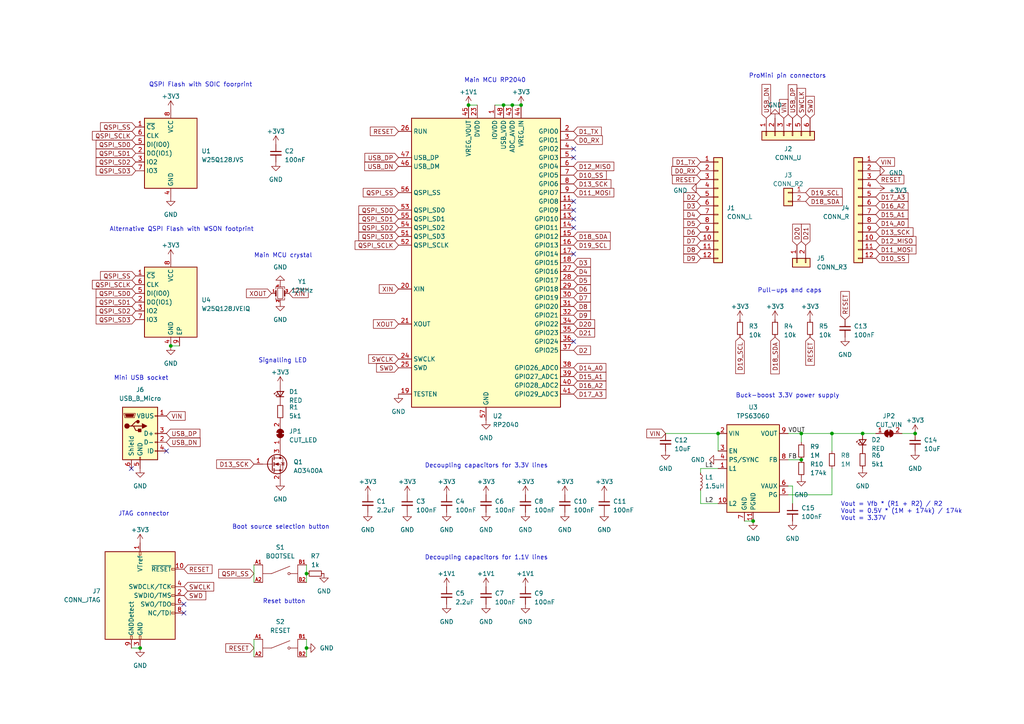
<source format=kicad_sch>
(kicad_sch (version 20230121) (generator eeschema)
  (paper "A4")
  (title_block (title "RP2040-ProMini-0031") (date "2023-12-04") (rev "3.1") (company "(c) 2023 Andriy Golovnya") (comment 1 "RP2040 based board with Arduino Pro Mini footprint and debug extension") (comment 2 "Designed in Germany"))
  (lib_symbols
    (symbol "Connector:Conn_ARM_JTAG_SWD_10" (pin_names (offset 1.016))
      (property "Reference" "J" (at -2.54 16.51 0))
      (property "Value" "Conn_ARM_JTAG_SWD_10" (at -2.54 13.97 0))
      (symbol "Conn_ARM_JTAG_SWD_10_1_1"
        (pin power_in line (at 0 15.24 270) (length 2.54) (name "VTref") (number "1"))
        (pin open_collector line (at 12.7 7.62 180) (length 2.54) (name "~{RESET}") (number "10"))
        (pin bidirectional line (at 12.7 0 180) (length 2.54) (name "SWDIO/TMS") (number "2"))
        (pin power_in line (at 0 -15.24 90) (length 2.54) (name "GND") (number "3"))
        (pin output line (at 12.7 2.54 180) (length 2.54) (name "SWDCLK/TCK") (number "4"))
        (pin passive line (at 0 -15.24 90) (length 2.54) hide (name "GND") (number "5"))
        (pin input line (at 12.7 -2.54 180) (length 2.54) (name "SWO/TDO") (number "6"))
        (pin no_connect line (at -10.16 0 0) (length 2.54) hide (name "KEY") (number "7"))
        (pin output line (at 12.7 -5.08 180) (length 2.54) (name "NC/TDI") (number "8"))
        (pin passive line (at -2.54 -15.24 90) (length 2.54) (name "GNDDetect") (number "9"))
      )
    )
    (symbol "Connector:USB_B_Micro" (pin_names (offset 1.016))
      (property "Reference" "J" (at -5.08 11.43 0))
      (property "Value" "USB_B_Micro" (at -5.08 8.89 0))
      (symbol "USB_B_Micro_1_1"
        (pin power_out line (at 7.62 5.08 180) (length 2.54) (name "VBUS") (number "1"))
        (pin bidirectional line (at 7.62 -2.54 180) (length 2.54) (name "D-") (number "2"))
        (pin bidirectional line (at 7.62 0 180) (length 2.54) (name "D+") (number "3"))
        (pin passive line (at 7.62 -5.08 180) (length 2.54) (name "ID") (number "4"))
        (pin power_out line (at 0 -10.16 90) (length 2.54) (name "GND") (number "5"))
        (pin passive line (at -2.54 -10.16 90) (length 2.54) (name "Shield") (number "6"))
      )
    )
    (symbol "Connector_Generic:Conn_01x02" (pin_names (offset 1.016) hide)
      (property "Reference" "J" (at 0 2.54 0))
      (property "Value" "Conn_01x02" (at 0 -5.08 0))
      (symbol "Conn_01x02_1_1"
        (pin passive line (at -5.08 0 0) (length 3.81) (name "Pin_1") (number "1"))
        (pin passive line (at -5.08 -2.54 0) (length 3.81) (name "Pin_2") (number "2"))
      )
    )
    (symbol "Connector_Generic:Conn_01x06" (pin_names (offset 1.016) hide)
      (property "Reference" "J" (at 0 7.62 0))
      (property "Value" "Conn_01x06" (at 0 -10.16 0))
      (symbol "Conn_01x06_1_1"
        (pin passive line (at -5.08 5.08 0) (length 3.81) (name "Pin_1") (number "1"))
        (pin passive line (at -5.08 2.54 0) (length 3.81) (name "Pin_2") (number "2"))
        (pin passive line (at -5.08 0 0) (length 3.81) (name "Pin_3") (number "3"))
        (pin passive line (at -5.08 -2.54 0) (length 3.81) (name "Pin_4") (number "4"))
        (pin passive line (at -5.08 -5.08 0) (length 3.81) (name "Pin_5") (number "5"))
        (pin passive line (at -5.08 -7.62 0) (length 3.81) (name "Pin_6") (number "6"))
      )
    )
    (symbol "Connector_Generic:Conn_01x12" (pin_names (offset 1.016) hide)
      (property "Reference" "J" (at 0 15.24 0))
      (property "Value" "Conn_01x12" (at 0 -17.78 0))
      (symbol "Conn_01x12_1_1"
        (pin passive line (at -5.08 12.7 0) (length 3.81) (name "Pin_1") (number "1"))
        (pin passive line (at -5.08 -10.16 0) (length 3.81) (name "Pin_10") (number "10"))
        (pin passive line (at -5.08 -12.7 0) (length 3.81) (name "Pin_11") (number "11"))
        (pin passive line (at -5.08 -15.24 0) (length 3.81) (name "Pin_12") (number "12"))
        (pin passive line (at -5.08 10.16 0) (length 3.81) (name "Pin_2") (number "2"))
        (pin passive line (at -5.08 7.62 0) (length 3.81) (name "Pin_3") (number "3"))
        (pin passive line (at -5.08 5.08 0) (length 3.81) (name "Pin_4") (number "4"))
        (pin passive line (at -5.08 2.54 0) (length 3.81) (name "Pin_5") (number "5"))
        (pin passive line (at -5.08 0 0) (length 3.81) (name "Pin_6") (number "6"))
        (pin passive line (at -5.08 -2.54 0) (length 3.81) (name "Pin_7") (number "7"))
        (pin passive line (at -5.08 -5.08 0) (length 3.81) (name "Pin_8") (number "8"))
        (pin passive line (at -5.08 -7.62 0) (length 3.81) (name "Pin_9") (number "9"))
      )
    )
    (symbol "Device:C_Small" (pin_numbers hide) (pin_names (offset 0.254) hide)
      (property "Reference" "C" (at 0.254 1.778 0))
      (property "Value" "C_Small" (at 0.254 -2.032 0))
      (symbol "C_Small_1_1"
        (pin passive line (at 0 2.54 270) (length 2.032) (name "~") (number "1"))
        (pin passive line (at 0 -2.54 90) (length 2.032) (name "~") (number "2"))
      )
    )
    (symbol "Device:Crystal_GND24_Small" (pin_names (offset 1.016) hide)
      (property "Reference" "Y" (at 1.27 4.445 0))
      (property "Value" "Crystal_GND24_Small" (at 1.27 2.54 0))
      (symbol "Crystal_GND24_Small_1_1"
        (pin passive line (at -2.54 0 0) (length 1.27) (name "1") (number "1"))
        (pin passive line (at 0 -2.54 90) (length 0.635) (name "2") (number "2"))
        (pin passive line (at 2.54 0 180) (length 1.27) (name "3") (number "3"))
        (pin passive line (at 0 2.54 270) (length 0.635) (name "4") (number "4"))
      )
    )
    (symbol "Device:LED_Small" (pin_numbers hide) (pin_names (offset 0.254) hide)
      (property "Reference" "D" (at -1.27 3.175 0))
      (property "Value" "LED_Small" (at -4.445 -2.54 0))
      (symbol "LED_Small_1_1"
        (pin passive line (at -2.54 0 0) (length 1.778) (name "K") (number "1"))
        (pin passive line (at 2.54 0 180) (length 1.778) (name "A") (number "2"))
      )
    )
    (symbol "Device:L_Small" (pin_numbers hide) (pin_names (offset 0.254) hide)
      (property "Reference" "L" (at 0.762 1.016 0))
      (property "Value" "L_Small" (at 0.762 -1.016 0))
      (symbol "L_Small_1_1"
        (pin passive line (at 0 2.54 270) (length 0.508) (name "~") (number "1"))
        (pin passive line (at 0 -2.54 90) (length 0.508) (name "~") (number "2"))
      )
    )
    (symbol "Device:R_Small" (pin_numbers hide) (pin_names (offset 0.254) hide)
      (property "Reference" "R" (at 0.762 0.508 0))
      (property "Value" "R_Small" (at 0.762 -1.016 0))
      (symbol "R_Small_1_1"
        (pin passive line (at 0 2.54 270) (length 0.762) (name "~") (number "1"))
        (pin passive line (at 0 -2.54 90) (length 0.762) (name "~") (number "2"))
      )
    )
    (symbol "EVPBB0AAB000:EVPBB0AAB000" (pin_names (offset 1.016))
      (property "Reference" "S" (at -2.54 2.54 0))
      (property "Value" "EVPBB0AAB000" (at -2.54 -2.54 0))
      (symbol "EVPBB0AAB000_0_0"
        (pin passive line (at -7.62 2.54 0) (length 2.54) (name "~") (number "A1"))
        (pin passive line (at -7.62 -2.54 0) (length 2.54) (name "~") (number "A2"))
        (pin passive line (at 7.62 2.54 180) (length 2.54) (name "~") (number "B1"))
        (pin passive line (at 7.62 -2.54 180) (length 2.54) (name "~") (number "B2"))
      )
    )
    (symbol "Jumper:SolderJumper_2_Bridged" (pin_names (offset 0) hide)
      (property "Reference" "JP" (at 0 2.032 0))
      (property "Value" "SolderJumper_2_Bridged" (at 0 -2.54 0))
      (symbol "SolderJumper_2_Bridged_1_1"
        (pin passive line (at -3.81 0 0) (length 2.54) (name "A") (number "1"))
        (pin passive line (at 3.81 0 180) (length 2.54) (name "B") (number "2"))
      )
    )
    (symbol "MCU_RaspberryPi:RP2040"
      (property "Reference" "U" (at 17.78 45.72 0))
      (property "Value" "RP2040" (at 17.78 43.18 0))
      (symbol "RP2040_1_1"
        (pin power_in line (at 2.54 45.72 270) (length 3.81) (name "IOVDD") (number "1"))
        (pin passive line (at 2.54 45.72 270) (length 3.81) hide (name "IOVDD") (number "10"))
        (pin bidirectional line (at 25.4 17.78 180) (length 3.81) (name "GPIO8") (number "11"))
        (pin bidirectional line (at 25.4 15.24 180) (length 3.81) (name "GPIO9") (number "12"))
        (pin bidirectional line (at 25.4 12.7 180) (length 3.81) (name "GPIO10") (number "13"))
        (pin bidirectional line (at 25.4 10.16 180) (length 3.81) (name "GPIO11") (number "14"))
        (pin bidirectional line (at 25.4 7.62 180) (length 3.81) (name "GPIO12") (number "15"))
        (pin bidirectional line (at 25.4 5.08 180) (length 3.81) (name "GPIO13") (number "16"))
        (pin bidirectional line (at 25.4 2.54 180) (length 3.81) (name "GPIO14") (number "17"))
        (pin bidirectional line (at 25.4 0 180) (length 3.81) (name "GPIO15") (number "18"))
        (pin input line (at -25.4 -38.1 0) (length 3.81) (name "TESTEN") (number "19"))
        (pin bidirectional line (at 25.4 38.1 180) (length 3.81) (name "GPIO0") (number "2"))
        (pin input line (at -25.4 -7.62 0) (length 3.81) (name "XIN") (number "20"))
        (pin passive line (at -25.4 -17.78 0) (length 3.81) (name "XOUT") (number "21"))
        (pin passive line (at 2.54 45.72 270) (length 3.81) hide (name "IOVDD") (number "22"))
        (pin power_in line (at -2.54 45.72 270) (length 3.81) (name "DVDD") (number "23"))
        (pin input line (at -25.4 -27.94 0) (length 3.81) (name "SWCLK") (number "24"))
        (pin bidirectional line (at -25.4 -30.48 0) (length 3.81) (name "SWD") (number "25"))
        (pin input line (at -25.4 38.1 0) (length 3.81) (name "RUN") (number "26"))
        (pin bidirectional line (at 25.4 -2.54 180) (length 3.81) (name "GPIO16") (number "27"))
        (pin bidirectional line (at 25.4 -5.08 180) (length 3.81) (name "GPIO17") (number "28"))
        (pin bidirectional line (at 25.4 -7.62 180) (length 3.81) (name "GPIO18") (number "29"))
        (pin bidirectional line (at 25.4 35.56 180) (length 3.81) (name "GPIO1") (number "3"))
        (pin bidirectional line (at 25.4 -10.16 180) (length 3.81) (name "GPIO19") (number "30"))
        (pin bidirectional line (at 25.4 -12.7 180) (length 3.81) (name "GPIO20") (number "31"))
        (pin bidirectional line (at 25.4 -15.24 180) (length 3.81) (name "GPIO21") (number "32"))
        (pin passive line (at 2.54 45.72 270) (length 3.81) hide (name "IOVDD") (number "33"))
        (pin bidirectional line (at 25.4 -17.78 180) (length 3.81) (name "GPIO22") (number "34"))
        (pin bidirectional line (at 25.4 -20.32 180) (length 3.81) (name "GPIO23") (number "35"))
        (pin bidirectional line (at 25.4 -22.86 180) (length 3.81) (name "GPIO24") (number "36"))
        (pin bidirectional line (at 25.4 -25.4 180) (length 3.81) (name "GPIO25") (number "37"))
        (pin bidirectional line (at 25.4 -30.48 180) (length 3.81) (name "GPIO26_ADC0") (number "38"))
        (pin bidirectional line (at 25.4 -33.02 180) (length 3.81) (name "GPIO27_ADC1") (number "39"))
        (pin bidirectional line (at 25.4 33.02 180) (length 3.81) (name "GPIO2") (number "4"))
        (pin bidirectional line (at 25.4 -35.56 180) (length 3.81) (name "GPIO28_ADC2") (number "40"))
        (pin bidirectional line (at 25.4 -38.1 180) (length 3.81) (name "GPIO29_ADC3") (number "41"))
        (pin passive line (at 2.54 45.72 270) (length 3.81) hide (name "IOVDD") (number "42"))
        (pin power_in line (at 7.62 45.72 270) (length 3.81) (name "ADC_AVDD") (number "43"))
        (pin power_in line (at 10.16 45.72 270) (length 3.81) (name "VREG_IN") (number "44"))
        (pin power_out line (at -5.08 45.72 270) (length 3.81) (name "VREG_VOUT") (number "45"))
        (pin bidirectional line (at -25.4 27.94 0) (length 3.81) (name "USB_DM") (number "46"))
        (pin bidirectional line (at -25.4 30.48 0) (length 3.81) (name "USB_DP") (number "47"))
        (pin power_in line (at 5.08 45.72 270) (length 3.81) (name "USB_VDD") (number "48"))
        (pin passive line (at 2.54 45.72 270) (length 3.81) hide (name "IOVDD") (number "49"))
        (pin bidirectional line (at 25.4 30.48 180) (length 3.81) (name "GPIO3") (number "5"))
        (pin passive line (at -2.54 45.72 270) (length 3.81) hide (name "DVDD") (number "50"))
        (pin bidirectional line (at -25.4 7.62 0) (length 3.81) (name "QSPI_SD3") (number "51"))
        (pin output line (at -25.4 5.08 0) (length 3.81) (name "QSPI_SCLK") (number "52"))
        (pin bidirectional line (at -25.4 15.24 0) (length 3.81) (name "QSPI_SD0") (number "53"))
        (pin bidirectional line (at -25.4 10.16 0) (length 3.81) (name "QSPI_SD2") (number "54"))
        (pin bidirectional line (at -25.4 12.7 0) (length 3.81) (name "QSPI_SD1") (number "55"))
        (pin bidirectional line (at -25.4 20.32 0) (length 3.81) (name "QSPI_SS") (number "56"))
        (pin power_in line (at 0 -45.72 90) (length 3.81) (name "GND") (number "57"))
        (pin bidirectional line (at 25.4 27.94 180) (length 3.81) (name "GPIO4") (number "6"))
        (pin bidirectional line (at 25.4 25.4 180) (length 3.81) (name "GPIO5") (number "7"))
        (pin bidirectional line (at 25.4 22.86 180) (length 3.81) (name "GPIO6") (number "8"))
        (pin bidirectional line (at 25.4 20.32 180) (length 3.81) (name "GPIO7") (number "9"))
      )
    )
    (symbol "Memory_Flash:W25Q128JVS"
      (property "Reference" "U" (at -8.89 8.89 0))
      (property "Value" "W25Q128JVS" (at 7.62 8.89 0))
      (symbol "W25Q128JVS_1_1"
        (pin input line (at -10.16 7.62 0) (length 2.54) (name "~{CS}") (number "1"))
        (pin bidirectional line (at -10.16 0 0) (length 2.54) (name "DO(IO1)") (number "2"))
        (pin bidirectional line (at -10.16 -2.54 0) (length 2.54) (name "IO2") (number "3"))
        (pin power_in line (at 0 -12.7 90) (length 2.54) (name "GND") (number "4"))
        (pin bidirectional line (at -10.16 2.54 0) (length 2.54) (name "DI(IO0)") (number "5"))
        (pin input line (at -10.16 5.08 0) (length 2.54) (name "CLK") (number "6"))
        (pin bidirectional line (at -10.16 -5.08 0) (length 2.54) (name "IO3") (number "7"))
        (pin power_in line (at 0 12.7 270) (length 2.54) (name "VCC") (number "8"))
      )
    )
    (symbol "Memory_Flash:W25Q32JVZP"
      (property "Reference" "U" (at -6.35 11.43 0))
      (property "Value" "W25Q32JVZP" (at 7.62 11.43 0))
      (symbol "W25Q32JVZP_1_1"
        (pin input line (at -10.16 7.62 0) (length 2.54) (name "~{CS}") (number "1"))
        (pin bidirectional line (at -10.16 0 0) (length 2.54) (name "DO(IO1)") (number "2"))
        (pin bidirectional line (at -10.16 -2.54 0) (length 2.54) (name "IO2") (number "3"))
        (pin power_in line (at 0 -12.7 90) (length 2.54) (name "GND") (number "4"))
        (pin bidirectional line (at -10.16 2.54 0) (length 2.54) (name "DI(IO0)") (number "5"))
        (pin input line (at -10.16 5.08 0) (length 2.54) (name "CLK") (number "6"))
        (pin bidirectional line (at -10.16 -5.08 0) (length 2.54) (name "IO3") (number "7"))
        (pin power_in line (at 0 12.7 270) (length 2.54) (name "VCC") (number "8"))
        (pin passive line (at 2.54 -12.7 90) (length 2.54) (name "EP") (number "9"))
      )
    )
    (symbol "Regulator_Switching:TPS63060"
      (property "Reference" "U" (at -7.62 13.97 0))
      (property "Value" "TPS63060" (at 2.54 13.97 0))
      (symbol "TPS63060_1_1"
        (pin input line (at -10.16 0 0) (length 2.54) (name "L1") (number "1"))
        (pin input line (at -10.16 -10.16 0) (length 2.54) (name "L2") (number "10"))
        (pin power_in line (at 0 -15.24 90) (length 2.54) (name "PGND") (number "11"))
        (pin power_in line (at -10.16 10.16 0) (length 2.54) (name "VIN") (number "2"))
        (pin input line (at -10.16 5.08 0) (length 2.54) (name "EN") (number "3"))
        (pin input line (at -10.16 2.54 0) (length 2.54) (name "PS/SYNC") (number "4"))
        (pin output line (at 10.16 -7.62 180) (length 2.54) (name "PG") (number "5"))
        (pin passive line (at 10.16 -5.08 180) (length 2.54) (name "VAUX") (number "6"))
        (pin power_in line (at -2.54 -15.24 90) (length 2.54) (name "GND") (number "7"))
        (pin input line (at 10.16 2.54 180) (length 2.54) (name "FB") (number "8"))
        (pin power_out line (at 10.16 10.16 180) (length 2.54) (name "VOUT") (number "9"))
      )
    )
    (symbol "Transistor_FET:AO3400A" (pin_names hide)
      (property "Reference" "Q" (at 5.08 1.905 0))
      (property "Value" "AO3400A" (at 5.08 0 0))
      (symbol "AO3400A_1_1"
        (pin input line (at -5.08 0 0) (length 2.54) (name "G") (number "1"))
        (pin passive line (at 2.54 -5.08 90) (length 2.54) (name "S") (number "2"))
        (pin passive line (at 2.54 5.08 270) (length 2.54) (name "D") (number "3"))
      )
    )
    (symbol "power:+1V1" (power) (pin_names (offset 0))
      (property "Value" "+1V1" (at 0 3.556 0))
      (symbol "+1V1_1_1"
        (pin power_in line (at 0 0 90) (length 0) hide (name "+1V1") (number "1"))
      )
    )
    (symbol "power:+3V3" (power) (pin_names (offset 0))
      (property "Value" "+3V3" (at 0 3.556 0))
      (symbol "+3V3_1_1"
        (pin power_in line (at 0 0 90) (length 0) hide (name "+3V3") (number "1"))
      )
    )
    (symbol "power:GND" (power) (pin_names (offset 0))
      (property "Value" "GND" (at 0 -3.81 0))
      (symbol "GND_1_1"
        (pin power_in line (at 0 0 270) (length 0) hide (name "GND") (number "1"))
      )
    )
  )
  (junction (at 250.19 125.73))
  (junction (at 232.41 125.73))
  (junction (at 148.59 30.48))
  (junction (at 232.41 133.35))
  (junction (at 208.28 125.73))
  (junction (at 88.9 187.96))
  (junction (at 135.89 30.48))
  (junction (at 265.43 125.73))
  (junction (at 241.3 125.73))
  (junction (at 218.44 151.13))
  (junction (at 88.9 166.37))
  (junction (at 146.05 30.48))
  (junction (at 49.53 100.33))
  (junction (at 40.64 187.96))
  (junction (at 151.13 30.48))
  (no_connect (at 38.1 135.89))
  (no_connect (at 166.37 45.72))
  (no_connect (at 166.37 43.18))
  (no_connect (at 48.26 130.81))
  (no_connect (at 166.37 63.5))
  (no_connect (at 53.34 175.26))
  (no_connect (at 166.37 66.04))
  (no_connect (at 53.34 177.8))
  (no_connect (at 166.37 73.66))
  (no_connect (at 166.37 60.96))
  (no_connect (at 166.37 58.42))
  (no_connect (at 166.37 99.06))
  (wire (pts (xy 232.41 125.73) (xy 241.3 125.73)))
  (wire (pts (xy 229.87 140.97) (xy 228.6 140.97)))
  (wire (pts (xy 229.87 140.97) (xy 229.87 146.05)))
  (wire (pts (xy 241.3 125.73) (xy 241.3 130.81)))
  (wire (pts (xy 73.66 163.83) (xy 73.66 168.91)))
  (wire (pts (xy 88.9 185.42) (xy 88.9 187.96)))
  (wire (pts (xy 215.9 151.13) (xy 218.44 151.13)))
  (wire (pts (xy 241.3 135.89) (xy 241.3 143.51)))
  (wire (pts (xy 135.89 30.48) (xy 138.43 30.48)))
  (wire (pts (xy 88.9 187.96) (xy 88.9 190.5)))
  (wire (pts (xy 148.59 30.48) (xy 151.13 30.48)))
  (wire (pts (xy 232.41 125.73) (xy 232.41 128.27)))
  (wire (pts (xy 241.3 125.73) (xy 250.19 125.73)))
  (wire (pts (xy 193.04 125.73) (xy 208.28 125.73)))
  (wire (pts (xy 228.6 133.35) (xy 232.41 133.35)))
  (wire (pts (xy 203.2 146.05) (xy 203.2 142.24)))
  (wire (pts (xy 208.28 146.05) (xy 203.2 146.05)))
  (wire (pts (xy 143.51 30.48) (xy 146.05 30.48)))
  (wire (pts (xy 250.19 125.73) (xy 254 125.73)))
  (wire (pts (xy 241.3 143.51) (xy 228.6 143.51)))
  (wire (pts (xy 49.53 100.33) (xy 52.07 100.33)))
  (wire (pts (xy 203.2 135.89) (xy 203.2 137.16)))
  (wire (pts (xy 88.9 166.37) (xy 88.9 168.91)))
  (wire (pts (xy 208.28 135.89) (xy 203.2 135.89)))
  (wire (pts (xy 88.9 163.83) (xy 88.9 166.37)))
  (wire (pts (xy 228.6 125.73) (xy 232.41 125.73)))
  (wire (pts (xy 261.62 125.73) (xy 265.43 125.73)))
  (wire (pts (xy 146.05 30.48) (xy 148.59 30.48)))
  (wire (pts (xy 38.1 187.96) (xy 40.64 187.96)))
  (wire (pts (xy 73.66 185.42) (xy 73.66 190.5)))
  (wire (pts (xy 208.28 125.73) (xy 208.28 130.81)))
  (text "Alternative QSPI Flash with WSON footprint" (at 31.75 67.31 0) (effects (font (size 1.27 1.27)) (justify left bottom)))
  (text "ProMini pin connectors" (at 217.17 22.86 0) (effects (font (size 1.27 1.27)) (justify left bottom)))
  (text "Main MCU RP2040" (at 134.62 24.13 0) (effects (font (size 1.27 1.27)) (justify left bottom)))
  (text "Decoupling capacitors for 3.3V lines" (at 123.19 135.89 0) (effects (font (size 1.27 1.27)) (justify left bottom)))
  (text "Vout = Vfb * (R1 + R2) / R2\nVout = 0.5V * (1M + 174k) / 174k\nVout = 3.37V" (at 243.84 151.13 0) (effects (font (size 1.27 1.27)) (justify left bottom)))
  (text "Main MCU crystal" (at 73.66 74.93 0) (effects (font (size 1.27 1.27)) (justify left bottom)))
  (text "Decoupling capacitors for 1.1V lines" (at 123.19 162.56 0) (effects (font (size 1.27 1.27)) (justify left bottom)))
  (text "Pull-ups and caps" (at 219.71 85.09 0) (effects (font (size 1.27 1.27)) (justify left bottom)))
  (text "Signalling LED" (at 74.93 105.41 0) (effects (font (size 1.27 1.27)) (justify left bottom)))
  (text "JTAG connector" (at 34.29 149.86 0) (effects (font (size 1.27 1.27)) (justify left bottom)))
  (text "Reset button" (at 76.2 175.26 0) (effects (font (size 1.27 1.27)) (justify left bottom)))
  (text "Mini USB socket" (at 33.02 110.49 0) (effects (font (size 1.27 1.27)) (justify left bottom)))
  (text "Boot source selection button" (at 67.31 153.67 0) (effects (font (size 1.27 1.27)) (justify left bottom)))
  (text "Buck-boost 3.3V power supply" (at 213.36 115.57 0) (effects (font (size 1.27 1.27)) (justify left bottom)))
  (text "QSPI Flash with SOIC foorprint" (at 43.18 25.4 0) (effects (font (size 1.27 1.27)) (justify left bottom)))
  (label "L2" (at 204.47 146.05 0))
  (label "L1" (at 204.47 135.89 0))
  (label "VOUT" (at 228.6 125.73 0))
  (label "FB" (at 228.6 133.35 0))
  (global_label "D13_SCK" (shape input) (at 73.66 134.62 180) (property "Intersheetrefs" "${INTERSHEET_REFS}" (effects hide)))
  (global_label "QSPI_SD2" (shape input) (at 39.37 46.99 180) (property "Intersheetrefs" "${INTERSHEET_REFS}" (effects hide)))
  (global_label "SWD" (shape input) (at 53.34 172.72 0) (property "Intersheetrefs" "${INTERSHEET_REFS}" (effects hide)))
  (global_label "QSPI_SD1" (shape input) (at 39.37 87.63 180) (property "Intersheetrefs" "${INTERSHEET_REFS}" (effects hide)))
  (global_label "VIN" (shape input) (at 227.33 34.29 90) (property "Intersheetrefs" "${INTERSHEET_REFS}" (effects hide)))
  (global_label "D1_TX" (shape input) (at 166.37 38.1 0) (property "Intersheetrefs" "${INTERSHEET_REFS}" (effects hide)))
  (global_label "VIN" (shape input) (at 48.26 120.65 0) (property "Intersheetrefs" "${INTERSHEET_REFS}" (effects hide)))
  (global_label "SWD" (shape input) (at 234.95 34.29 90) (property "Intersheetrefs" "${INTERSHEET_REFS}" (effects hide)))
  (global_label "D20" (shape input) (at 231.14 71.12 90) (property "Intersheetrefs" "${INTERSHEET_REFS}" (effects hide)))
  (global_label "QSPI_SD3" (shape input) (at 39.37 92.71 180) (property "Intersheetrefs" "${INTERSHEET_REFS}" (effects hide)))
  (global_label "QSPI_SD0" (shape input) (at 39.37 41.91 180) (property "Intersheetrefs" "${INTERSHEET_REFS}" (effects hide)))
  (global_label "QSPI_SCLK" (shape input) (at 39.37 82.55 180) (property "Intersheetrefs" "${INTERSHEET_REFS}" (effects hide)))
  (global_label "D20" (shape input) (at 166.37 93.98 0) (property "Intersheetrefs" "${INTERSHEET_REFS}" (effects hide)))
  (global_label "VIN" (shape input) (at 254 46.99 0) (property "Intersheetrefs" "${INTERSHEET_REFS}" (effects hide)))
  (global_label "D5" (shape input) (at 166.37 81.28 0) (property "Intersheetrefs" "${INTERSHEET_REFS}" (effects hide)))
  (global_label "QSPI_SD0" (shape input) (at 115.57 60.96 180) (property "Intersheetrefs" "${INTERSHEET_REFS}" (effects hide)))
  (global_label "D2" (shape input) (at 166.37 101.6 0) (property "Intersheetrefs" "${INTERSHEET_REFS}" (effects hide)))
  (global_label "QSPI_SS" (shape input) (at 39.37 36.83 180) (property "Intersheetrefs" "${INTERSHEET_REFS}" (effects hide)))
  (global_label "QSPI_SS" (shape input) (at 115.57 55.88 180) (property "Intersheetrefs" "${INTERSHEET_REFS}" (effects hide)))
  (global_label "QSPI_SD3" (shape input) (at 39.37 49.53 180) (property "Intersheetrefs" "${INTERSHEET_REFS}" (effects hide)))
  (global_label "D15_A1" (shape input) (at 254 62.23 0) (property "Intersheetrefs" "${INTERSHEET_REFS}" (effects hide)))
  (global_label "D9" (shape input) (at 203.2 74.93 180) (property "Intersheetrefs" "${INTERSHEET_REFS}" (effects hide)))
  (global_label "D6" (shape input) (at 203.2 67.31 180) (property "Intersheetrefs" "${INTERSHEET_REFS}" (effects hide)))
  (global_label "RESET" (shape input) (at 254 52.07 0) (property "Intersheetrefs" "${INTERSHEET_REFS}" (effects hide)))
  (global_label "USB_DN" (shape input) (at 115.57 48.26 180) (property "Intersheetrefs" "${INTERSHEET_REFS}" (effects hide)))
  (global_label "RESET" (shape input) (at 73.66 187.96 180) (property "Intersheetrefs" "${INTERSHEET_REFS}" (effects hide)))
  (global_label "D18_SDA" (shape input) (at 233.68 58.42 0) (property "Intersheetrefs" "${INTERSHEET_REFS}" (effects hide)))
  (global_label "D21" (shape input) (at 166.37 96.52 0) (property "Intersheetrefs" "${INTERSHEET_REFS}" (effects hide)))
  (global_label "D0_RX" (shape input) (at 203.2 49.53 180) (property "Intersheetrefs" "${INTERSHEET_REFS}" (effects hide)))
  (global_label "QSPI_SS" (shape input) (at 73.66 166.37 180) (property "Intersheetrefs" "${INTERSHEET_REFS}" (effects hide)))
  (global_label "D14_A0" (shape input) (at 254 64.77 0) (property "Intersheetrefs" "${INTERSHEET_REFS}" (effects hide)))
  (global_label "D13_SCK" (shape input) (at 166.37 53.34 0) (property "Intersheetrefs" "${INTERSHEET_REFS}" (effects hide)))
  (global_label "D7" (shape input) (at 166.37 86.36 0) (property "Intersheetrefs" "${INTERSHEET_REFS}" (effects hide)))
  (global_label "D2" (shape input) (at 203.2 57.15 180) (property "Intersheetrefs" "${INTERSHEET_REFS}" (effects hide)))
  (global_label "D0_RX" (shape input) (at 166.37 40.64 0) (property "Intersheetrefs" "${INTERSHEET_REFS}" (effects hide)))
  (global_label "QSPI_SD2" (shape input) (at 115.57 66.04 180) (property "Intersheetrefs" "${INTERSHEET_REFS}" (effects hide)))
  (global_label "D7" (shape input) (at 203.2 69.85 180) (property "Intersheetrefs" "${INTERSHEET_REFS}" (effects hide)))
  (global_label "D14_A0" (shape input) (at 166.37 106.68 0) (property "Intersheetrefs" "${INTERSHEET_REFS}" (effects hide)))
  (global_label "D13_SCK" (shape input) (at 254 67.31 0) (property "Intersheetrefs" "${INTERSHEET_REFS}" (effects hide)))
  (global_label "SWCLK" (shape input) (at 53.34 170.18 0) (property "Intersheetrefs" "${INTERSHEET_REFS}" (effects hide)))
  (global_label "USB_DP" (shape input) (at 115.57 45.72 180) (property "Intersheetrefs" "${INTERSHEET_REFS}" (effects hide)))
  (global_label "XIN" (shape input) (at 83.82 85.09 0) (property "Intersheetrefs" "${INTERSHEET_REFS}" (effects hide)))
  (global_label "QSPI_SCLK" (shape input) (at 39.37 39.37 180) (property "Intersheetrefs" "${INTERSHEET_REFS}" (effects hide)))
  (global_label "VIN" (shape input) (at 193.04 125.73 180) (property "Intersheetrefs" "${INTERSHEET_REFS}" (effects hide)))
  (global_label "D3" (shape input) (at 203.2 59.69 180) (property "Intersheetrefs" "${INTERSHEET_REFS}" (effects hide)))
  (global_label "XIN" (shape input) (at 115.57 83.82 180) (property "Intersheetrefs" "${INTERSHEET_REFS}" (effects hide)))
  (global_label "D16_A2" (shape input) (at 254 59.69 0) (property "Intersheetrefs" "${INTERSHEET_REFS}" (effects hide)))
  (global_label "D6" (shape input) (at 166.37 83.82 0) (property "Intersheetrefs" "${INTERSHEET_REFS}" (effects hide)))
  (global_label "QSPI_SD1" (shape input) (at 115.57 63.5 180) (property "Intersheetrefs" "${INTERSHEET_REFS}" (effects hide)))
  (global_label "RESET" (shape input) (at 245.11 92.71 90) (property "Intersheetrefs" "${INTERSHEET_REFS}" (effects hide)))
  (global_label "XOUT" (shape input) (at 78.74 85.09 180) (property "Intersheetrefs" "${INTERSHEET_REFS}" (effects hide)))
  (global_label "RESET" (shape input) (at 234.95 97.79 270) (property "Intersheetrefs" "${INTERSHEET_REFS}" (effects hide)))
  (global_label "USB_DP" (shape input) (at 48.26 125.73 0) (property "Intersheetrefs" "${INTERSHEET_REFS}" (effects hide)))
  (global_label "D1_TX" (shape input) (at 203.2 46.99 180) (property "Intersheetrefs" "${INTERSHEET_REFS}" (effects hide)))
  (global_label "D19_SCL" (shape input) (at 214.63 97.79 270) (property "Intersheetrefs" "${INTERSHEET_REFS}" (effects hide)))
  (global_label "D11_MOSI" (shape input) (at 166.37 55.88 0) (property "Intersheetrefs" "${INTERSHEET_REFS}" (effects hide)))
  (global_label "D8" (shape input) (at 203.2 72.39 180) (property "Intersheetrefs" "${INTERSHEET_REFS}" (effects hide)))
  (global_label "RESET" (shape input) (at 203.2 52.07 180) (property "Intersheetrefs" "${INTERSHEET_REFS}" (effects hide)))
  (global_label "QSPI_SD1" (shape input) (at 39.37 44.45 180) (property "Intersheetrefs" "${INTERSHEET_REFS}" (effects hide)))
  (global_label "D19_SCL" (shape input) (at 166.37 71.12 0) (property "Intersheetrefs" "${INTERSHEET_REFS}" (effects hide)))
  (global_label "D12_MISO" (shape input) (at 166.37 48.26 0) (property "Intersheetrefs" "${INTERSHEET_REFS}" (effects hide)))
  (global_label "D3" (shape input) (at 166.37 76.2 0) (property "Intersheetrefs" "${INTERSHEET_REFS}" (effects hide)))
  (global_label "D4" (shape input) (at 166.37 78.74 0) (property "Intersheetrefs" "${INTERSHEET_REFS}" (effects hide)))
  (global_label "D9" (shape input) (at 166.37 91.44 0) (property "Intersheetrefs" "${INTERSHEET_REFS}" (effects hide)))
  (global_label "D18_SDA" (shape input) (at 166.37 68.58 0) (property "Intersheetrefs" "${INTERSHEET_REFS}" (effects hide)))
  (global_label "D19_SCL" (shape input) (at 233.68 55.88 0) (property "Intersheetrefs" "${INTERSHEET_REFS}" (effects hide)))
  (global_label "D16_A2" (shape input) (at 166.37 111.76 0) (property "Intersheetrefs" "${INTERSHEET_REFS}" (effects hide)))
  (global_label "SWCLK" (shape input) (at 232.41 34.29 90) (property "Intersheetrefs" "${INTERSHEET_REFS}" (effects hide)))
  (global_label "D18_SDA" (shape input) (at 224.79 97.79 270) (property "Intersheetrefs" "${INTERSHEET_REFS}" (effects hide)))
  (global_label "USB_DN" (shape input) (at 222.25 34.29 90) (property "Intersheetrefs" "${INTERSHEET_REFS}" (effects hide)))
  (global_label "QSPI_SD3" (shape input) (at 115.57 68.58 180) (property "Intersheetrefs" "${INTERSHEET_REFS}" (effects hide)))
  (global_label "XOUT" (shape input) (at 115.57 93.98 180) (property "Intersheetrefs" "${INTERSHEET_REFS}" (effects hide)))
  (global_label "D5" (shape input) (at 203.2 64.77 180) (property "Intersheetrefs" "${INTERSHEET_REFS}" (effects hide)))
  (global_label "QSPI_SCLK" (shape input) (at 115.57 71.12 180) (property "Intersheetrefs" "${INTERSHEET_REFS}" (effects hide)))
  (global_label "D4" (shape input) (at 203.2 62.23 180) (property "Intersheetrefs" "${INTERSHEET_REFS}" (effects hide)))
  (global_label "QSPI_SS" (shape input) (at 39.37 80.01 180) (property "Intersheetrefs" "${INTERSHEET_REFS}" (effects hide)))
  (global_label "D17_A3" (shape input) (at 254 57.15 0) (property "Intersheetrefs" "${INTERSHEET_REFS}" (effects hide)))
  (global_label "SWCLK" (shape input) (at 115.57 104.14 180) (property "Intersheetrefs" "${INTERSHEET_REFS}" (effects hide)))
  (global_label "D12_MISO" (shape input) (at 254 69.85 0) (property "Intersheetrefs" "${INTERSHEET_REFS}" (effects hide)))
  (global_label "D15_A1" (shape input) (at 166.37 109.22 0) (property "Intersheetrefs" "${INTERSHEET_REFS}" (effects hide)))
  (global_label "RESET" (shape input) (at 53.34 165.1 0) (property "Intersheetrefs" "${INTERSHEET_REFS}" (effects hide)))
  (global_label "D11_MOSI" (shape input) (at 254 72.39 0) (property "Intersheetrefs" "${INTERSHEET_REFS}" (effects hide)))
  (global_label "D10_SS" (shape input) (at 254 74.93 0) (property "Intersheetrefs" "${INTERSHEET_REFS}" (effects hide)))
  (global_label "USB_DN" (shape input) (at 48.26 128.27 0) (property "Intersheetrefs" "${INTERSHEET_REFS}" (effects hide)))
  (global_label "D17_A3" (shape input) (at 166.37 114.3 0) (property "Intersheetrefs" "${INTERSHEET_REFS}" (effects hide)))
  (global_label "USB_DP" (shape input) (at 229.87 34.29 90) (property "Intersheetrefs" "${INTERSHEET_REFS}" (effects hide)))
  (global_label "SWD" (shape input) (at 115.57 106.68 180) (property "Intersheetrefs" "${INTERSHEET_REFS}" (effects hide)))
  (global_label "D10_SS" (shape input) (at 166.37 50.8 0) (property "Intersheetrefs" "${INTERSHEET_REFS}" (effects hide)))
  (global_label "QSPI_SD2" (shape input) (at 39.37 90.17 180) (property "Intersheetrefs" "${INTERSHEET_REFS}" (effects hide)))
  (global_label "QSPI_SD0" (shape input) (at 39.37 85.09 180) (property "Intersheetrefs" "${INTERSHEET_REFS}" (effects hide)))
  (global_label "D8" (shape input) (at 166.37 88.9 0) (property "Intersheetrefs" "${INTERSHEET_REFS}" (effects hide)))
  (global_label "D21" (shape input) (at 233.68 71.12 90) (property "Intersheetrefs" "${INTERSHEET_REFS}" (effects hide)))
  (global_label "RESET" (shape input) (at 115.57 38.1 180) (property "Intersheetrefs" "${INTERSHEET_REFS}" (effects hide)))
  (symbol (lib_id "Device:R_Small") (at 232.41 130.81 180) (unit 1)
    (property "Reference" "R9" (at 234.95 129.54 0) (effects (justify right)))
    (property "Value" "1M" (at 234.95 132.08 0) (effects (justify right)))
    (property "Footprint" "Resistor_SMD:R_0402_1005Metric" (effects hide))
  )
  (symbol (lib_id "power:+1V1") (at 152.4 170.18 0) (unit 1)
    (property "Reference" "#PWR027" (effects hide))
    (property "Value" "+1V1" (at 152.4 166.37 0))
  )
  (symbol (lib_id "power:GND") (at 193.04 130.81 0) (unit 1)
    (property "Reference" "#PWR035" (effects hide))
    (property "Value" "GND" (at 193.04 135.89 0))
  )
  (symbol (lib_id "power:+3V3") (at 49.53 74.93 0) (unit 1)
    (property "Reference" "#PWR047" (effects hide))
    (property "Value" "+3V3" (at 49.53 71.12 0))
  )
  (symbol (lib_id "power:+3V3") (at 175.26 143.51 0) (unit 1)
    (property "Reference" "#PWR031" (effects hide))
    (property "Value" "+3V3" (at 175.26 139.7 0))
  )
  (symbol (lib_id "Device:C_Small") (at 80.01 44.45 0) (unit 1)
    (property "Reference" "C2" (at 82.55 43.8213 0) (effects (justify left)))
    (property "Value" "100nF" (at 82.55 46.3613 0) (effects (justify left)))
    (property "Footprint" "Capacitor_SMD:C_0402_1005Metric" (effects hide))
  )
  (symbol (lib_id "EVPBB0AAB000:EVPBB0AAB000") (at 81.28 166.37 0) (unit 1)
    (property "Reference" "S1" (at 81.28 158.75 0))
    (property "Value" "BOOTSEL" (at 81.28 161.29 0))
    (property "Footprint" "RP2040-ProMini:SW_EVPBB0AAB000" (effects hide))
    (property "ARROW_ELECTRONICS-PURCHASE-URL" "https://snapeda.com/shop?store=Arrow+Electronics&id=584571" (effects hide))
    (property "MOUSER-PURCHASE-URL" "https://snapeda.com/shop?store=Mouser&id=584571" (effects hide))
    (property "MAXIMUM_PACKAGE_HEIGHT" "0.58mm" (effects hide))
    (property "PACKAGE" "None" (effects hide))
    (property "MF" "Panasonic Electronic" (effects hide))
    (property "MP" "EVPBB0AAB000" (effects hide))
    (property "DIGIKEY-PURCHASE-URL" "https://snapeda.com/shop?store=DigiKey&id=584571" (effects hide))
    (property "DIGI-KEY_PART_NUMBER" "P19888CT-ND" (effects hide))
    (property "DESCRIPTION" "Tactile Switch SPST-NO Top Actuated Surface Mount" (effects hide))
  )
  (symbol (lib_id "Device:C_Small") (at 245.11 95.25 0) (unit 1)
    (property "Reference" "C13" (at 247.65 94.6213 0) (effects (justify left)))
    (property "Value" "100nF" (at 247.65 97.1613 0) (effects (justify left)))
    (property "Footprint" "Capacitor_SMD:C_0402_1005Metric" (effects hide))
  )
  (symbol (lib_id "Device:C_Small") (at 140.97 146.05 0) (unit 1)
    (property "Reference" "C6" (at 143.51 145.4213 0) (effects (justify left)))
    (property "Value" "100nF" (at 143.51 147.9613 0) (effects (justify left)))
    (property "Footprint" "Capacitor_SMD:C_0402_1005Metric" (effects hide))
  )
  (symbol (lib_id "power:+3V3") (at 49.53 31.75 0) (unit 1)
    (property "Reference" "#PWR09" (effects hide))
    (property "Value" "+3V3" (at 49.53 27.94 0))
  )
  (symbol (lib_id "power:GND") (at 93.98 166.37 0) (unit 1)
    (property "Reference" "#PWR049" (effects hide))
    (property "Value" "GND" (at 93.98 171.45 0))
  )
  (symbol (lib_id "power:GND") (at 140.97 175.26 0) (unit 1)
    (property "Reference" "#PWR023" (effects hide))
    (property "Value" "GND" (at 140.97 180.34 0))
  )
  (symbol (lib_id "Connector_Generic:Conn_01x12") (at 248.92 59.69 0) (mirror y) (unit 1)
    (property "Reference" "J4" (at 246.38 60.325 0) (effects (justify left)))
    (property "Value" "CONN_R" (at 246.38 62.865 0) (effects (justify left)))
    (property "Footprint" "Connector_PinHeader_2.54mm:PinHeader_1x12_P2.54mm_Vertical" (effects hide))
  )
  (symbol (lib_id "Memory_Flash:W25Q32JVZP") (at 49.53 87.63 0) (unit 1)
    (property "Reference" "U4" (at 58.42 86.995 0) (effects (justify left)))
    (property "Value" "W25Q128JVEIQ" (at 58.42 89.535 0) (effects (justify left)))
    (property "Footprint" "Package_SON:WSON-8-1EP_6x5mm_P1.27mm_EP3.4x4.3mm" (effects hide))
    (property "Datasheet" "http://www.winbond.com/resource-files/w25q32jv%20revg%2003272018%20plus.pdf" (effects hide))
  )
  (symbol (lib_id "power:GND") (at 88.9 187.96 90) (unit 1)
    (property "Reference" "#PWR054" (effects hide))
    (property "Value" "GND" (at 92.71 187.96 90) (effects (justify right)))
  )
  (symbol (lib_id "power:GND") (at 106.68 148.59 0) (unit 1)
    (property "Reference" "#PWR02" (effects hide))
    (property "Value" "GND" (at 106.68 153.67 0))
  )
  (symbol (lib_id "power:GND") (at 81.28 82.55 180) (unit 1)
    (property "Reference" "#PWR05" (effects hide))
    (property "Value" "GND" (at 81.28 77.47 0))
  )
  (symbol (lib_id "power:+3V3") (at 118.11 143.51 0) (unit 1)
    (property "Reference" "#PWR011" (effects hide))
    (property "Value" "+3V3" (at 118.11 139.7 0))
  )
  (symbol (lib_id "power:+3V3") (at 224.79 92.71 0) (unit 1)
    (property "Reference" "#PWR039" (effects hide))
    (property "Value" "+3V3" (at 224.79 88.9 0))
  )
  (symbol (lib_id "Device:Crystal_GND24_Small") (at 81.28 85.09 0) (unit 1)
    (property "Reference" "Y1" (at 87.63 81.6611 0))
    (property "Value" "12MHz" (at 87.63 84.2011 0))
    (property "Footprint" "Crystal:Crystal_SMD_3225-4Pin_3.2x2.5mm" (effects hide))
  )
  (symbol (lib_id "Device:C_Small") (at 175.26 146.05 0) (unit 1)
    (property "Reference" "C11" (at 177.8 145.4213 0) (effects (justify left)))
    (property "Value" "100nF" (at 177.8 147.9613 0) (effects (justify left)))
    (property "Footprint" "Capacitor_SMD:C_0402_1005Metric" (effects hide))
  )
  (symbol (lib_id "power:+1V1") (at 135.89 30.48 0) (unit 1)
    (property "Reference" "#PWR020" (effects hide))
    (property "Value" "+1V1" (at 135.89 26.67 0))
  )
  (symbol (lib_id "power:+1V1") (at 129.54 170.18 0) (unit 1)
    (property "Reference" "#PWR016" (effects hide))
    (property "Value" "+1V1" (at 129.54 166.37 0))
  )
  (symbol (lib_id "power:+3V3") (at 40.64 157.48 0) (unit 1)
    (property "Reference" "#PWR056" (effects hide))
    (property "Value" "+3V3" (at 40.64 153.67 0))
  )
  (symbol (lib_id "power:GND") (at 140.97 148.59 0) (unit 1)
    (property "Reference" "#PWR019" (effects hide))
    (property "Value" "GND" (at 140.97 153.67 0))
  )
  (symbol (lib_id "EVPBB0AAB000:EVPBB0AAB000") (at 81.28 187.96 0) (unit 1)
    (property "Reference" "S2" (at 81.28 180.34 0))
    (property "Value" "RESET" (at 81.28 182.88 0))
    (property "Footprint" "RP2040-ProMini:SW_EVPBB0AAB000" (effects hide))
    (property "ARROW_ELECTRONICS-PURCHASE-URL" "https://snapeda.com/shop?store=Arrow+Electronics&id=584571" (effects hide))
    (property "MOUSER-PURCHASE-URL" "https://snapeda.com/shop?store=Mouser&id=584571" (effects hide))
    (property "MAXIMUM_PACKAGE_HEIGHT" "0.58mm" (effects hide))
    (property "PACKAGE" "None" (effects hide))
    (property "MF" "Panasonic Electronic" (effects hide))
    (property "MP" "EVPBB0AAB000" (effects hide))
    (property "DIGIKEY-PURCHASE-URL" "https://snapeda.com/shop?store=DigiKey&id=584571" (effects hide))
    (property "DIGI-KEY_PART_NUMBER" "P19888CT-ND" (effects hide))
    (property "DESCRIPTION" "Tactile Switch SPST-NO Top Actuated Surface Mount" (effects hide))
  )
  (symbol (lib_id "power:GND") (at 80.01 46.99 0) (unit 1)
    (property "Reference" "#PWR04" (effects hide))
    (property "Value" "GND" (at 80.01 52.07 0))
  )
  (symbol (lib_id "power:GND") (at 40.64 187.96 0) (unit 1)
    (property "Reference" "#PWR055" (effects hide))
    (property "Value" "GND" (at 40.64 193.04 0))
  )
  (symbol (lib_id "power:GND") (at 175.26 148.59 0) (unit 1)
    (property "Reference" "#PWR032" (effects hide))
    (property "Value" "GND" (at 175.26 153.67 0))
  )
  (symbol (lib_id "power:GND") (at 265.43 130.81 0) (unit 1)
    (property "Reference" "#PWR046" (effects hide))
    (property "Value" "GND" (at 265.43 135.89 0))
  )
  (symbol (lib_id "power:GND") (at 254 49.53 90) (unit 1)
    (property "Reference" "#PWR043" (effects hide))
    (property "Value" "GND" (at 257.81 50.165 90) (effects (justify right)))
  )
  (symbol (lib_id "Device:R_Small") (at 232.41 135.89 180) (unit 1)
    (property "Reference" "R10" (at 234.95 134.62 0) (effects (justify right)))
    (property "Value" "174k" (at 234.95 137.16 0) (effects (justify right)))
    (property "Footprint" "Resistor_SMD:R_0402_1005Metric" (effects hide))
  )
  (symbol (lib_id "power:+3V3") (at 152.4 143.51 0) (unit 1)
    (property "Reference" "#PWR024" (effects hide))
    (property "Value" "+3V3" (at 152.4 139.7 0))
  )
  (symbol (lib_id "Device:C_Small") (at 118.11 146.05 0) (unit 1)
    (property "Reference" "C3" (at 120.65 145.4213 0) (effects (justify left)))
    (property "Value" "100nF" (at 120.65 147.9613 0) (effects (justify left)))
    (property "Footprint" "Capacitor_SMD:C_0402_1005Metric" (effects hide))
  )
  (symbol (lib_id "power:+3V3") (at 151.13 30.48 0) (unit 1)
    (property "Reference" "#PWR026" (effects hide))
    (property "Value" "+3V3" (at 151.13 26.67 0))
  )
  (symbol (lib_id "power:GND") (at 49.53 57.15 0) (unit 1)
    (property "Reference" "#PWR010" (effects hide))
    (property "Value" "GND" (at 49.53 62.23 0))
  )
  (symbol (lib_id "Device:R_Small") (at 81.28 119.38 0) (unit 1)
    (property "Reference" "R1" (at 83.82 118.11 0) (effects (justify left)))
    (property "Value" "5k1" (at 83.82 120.65 0) (effects (justify left)))
    (property "Footprint" "Resistor_SMD:R_0402_1005Metric" (effects hide))
  )
  (symbol (lib_id "Device:C_Small") (at 129.54 146.05 0) (unit 1)
    (property "Reference" "C4" (at 132.08 145.4213 0) (effects (justify left)))
    (property "Value" "100nF" (at 132.08 147.9613 0) (effects (justify left)))
    (property "Footprint" "Capacitor_SMD:C_0402_1005Metric" (effects hide))
  )
  (symbol (lib_id "Connector:USB_B_Micro") (at 40.64 125.73 0) (unit 1)
    (property "Reference" "J6" (at 40.64 113.03 0))
    (property "Value" "USB_B_Micro" (at 40.64 115.57 0))
    (property "Footprint" "Connector_USB:USB_Micro-B_Molex_47346-0001" (effects hide))
  )
  (symbol (lib_id "power:+1V1") (at 140.97 170.18 0) (unit 1)
    (property "Reference" "#PWR022" (effects hide))
    (property "Value" "+1V1" (at 140.97 166.37 0))
  )
  (symbol (lib_id "Connector_Generic:Conn_01x02") (at 228.6 55.88 0) (mirror y) (unit 1)
    (property "Reference" "J3" (at 228.6 50.8 0))
    (property "Value" "CONN_R2" (at 228.6 53.34 0))
    (property "Footprint" "Connector_PinHeader_2.54mm:PinHeader_1x02_P2.54mm_Vertical" (effects hide))
  )
  (symbol (lib_id "Connector_Generic:Conn_01x02") (at 231.14 76.2 90) (mirror x) (unit 1)
    (property "Reference" "J5" (at 236.855 74.93 90) (effects (justify right)))
    (property "Value" "CONN_R3" (at 236.855 77.47 90) (effects (justify right)))
    (property "Footprint" "Connector_PinHeader_2.54mm:PinHeader_1x02_P2.54mm_Vertical" (effects hide))
  )
  (symbol (lib_id "power:GND") (at 129.54 175.26 0) (unit 1)
    (property "Reference" "#PWR017" (effects hide))
    (property "Value" "GND" (at 129.54 180.34 0))
  )
  (symbol (lib_id "power:+3V3") (at 265.43 125.73 0) (unit 1)
    (property "Reference" "#PWR045" (effects hide))
    (property "Value" "+3V3" (at 265.43 121.92 0))
  )
  (symbol (lib_id "Device:R_Small") (at 214.63 95.25 0) (unit 1)
    (property "Reference" "R3" (at 217.17 94.615 0) (effects (justify left)))
    (property "Value" "10k" (at 217.17 97.155 0) (effects (justify left)))
    (property "Footprint" "Resistor_SMD:R_0402_1005Metric" (effects hide))
  )
  (symbol (lib_id "Jumper:SolderJumper_2_Bridged") (at 257.81 125.73 0) (unit 1)
    (property "Reference" "JP2" (at 257.81 120.65 0))
    (property "Value" "CUT_VIN" (at 257.81 123.19 0))
    (property "Footprint" "Jumper:SolderJumper-2_P1.3mm_Bridged_RoundedPad1.0x1.5mm" (effects hide))
  )
  (symbol (lib_id "power:GND") (at 118.11 148.59 0) (unit 1)
    (property "Reference" "#PWR012" (effects hide))
    (property "Value" "GND" (at 118.11 153.67 0))
  )
  (symbol (lib_id "power:GND") (at 163.83 148.59 0) (unit 1)
    (property "Reference" "#PWR030" (effects hide))
    (property "Value" "GND" (at 163.83 153.67 0))
  )
  (symbol (lib_id "Connector_Generic:Conn_01x12") (at 208.28 59.69 0) (unit 1)
    (property "Reference" "J1" (at 210.82 60.325 0) (effects (justify left)))
    (property "Value" "CONN_L" (at 210.82 62.865 0) (effects (justify left)))
    (property "Footprint" "Connector_PinHeader_2.54mm:PinHeader_1x12_P2.54mm_Vertical" (effects hide))
  )
  (symbol (lib_id "power:GND") (at 115.57 114.3 0) (unit 1)
    (property "Reference" "#PWR013" (effects hide))
    (property "Value" "GND" (at 115.57 119.38 0))
  )
  (symbol (lib_id "power:GND") (at 129.54 148.59 0) (unit 1)
    (property "Reference" "#PWR015" (effects hide))
    (property "Value" "GND" (at 129.54 153.67 0))
  )
  (symbol (lib_id "Device:LED_Small") (at 81.28 114.3 90) (unit 1)
    (property "Reference" "D1" (at 83.82 113.6015 90) (effects (justify right)))
    (property "Value" "RED" (at 83.82 116.1415 90) (effects (justify right)))
    (property "Footprint" "LED_SMD:LED_0603_1608Metric" (effects hide))
  )
  (symbol (lib_id "power:GND") (at 40.64 135.89 0) (unit 1)
    (property "Reference" "#PWR053" (effects hide))
    (property "Value" "GND" (at 40.64 140.97 0))
  )
  (symbol (lib_id "power:GND") (at 250.19 135.89 0) (unit 1)
    (property "Reference" "#PWR041" (effects hide))
    (property "Value" "GND" (at 250.19 140.97 0))
  )
  (symbol (lib_id "Device:R_Small") (at 241.3 133.35 180) (unit 1)
    (property "Reference" "R8" (at 243.84 132.08 0) (effects (justify right)))
    (property "Value" "1M" (at 243.84 134.62 0) (effects (justify right)))
    (property "Footprint" "Resistor_SMD:R_0402_1005Metric" (effects hide))
  )
  (symbol (lib_id "power:GND") (at 152.4 148.59 0) (unit 1)
    (property "Reference" "#PWR025" (effects hide))
    (property "Value" "GND" (at 152.4 153.67 0))
  )
  (symbol (lib_id "Device:C_Small") (at 152.4 146.05 0) (unit 1)
    (property "Reference" "C8" (at 154.94 145.4213 0) (effects (justify left)))
    (property "Value" "100nF" (at 154.94 147.9613 0) (effects (justify left)))
    (property "Footprint" "Capacitor_SMD:C_0402_1005Metric" (effects hide))
  )
  (symbol (lib_id "power:+3V3") (at 214.63 92.71 0) (unit 1)
    (property "Reference" "#PWR036" (effects hide))
    (property "Value" "+3V3" (at 214.63 88.9 0))
  )
  (symbol (lib_id "power:GND") (at 218.44 151.13 0) (unit 1)
    (property "Reference" "#PWR038" (effects hide))
    (property "Value" "GND" (at 218.44 156.21 0))
  )
  (symbol (lib_id "power:GND") (at 232.41 138.43 0) (unit 1)
    (property "Reference" "#PWR052" (effects hide))
    (property "Value" "GND" (at 232.41 143.51 0))
  )
  (symbol (lib_id "Connector:Conn_ARM_JTAG_SWD_10") (at 40.64 172.72 0) (unit 1)
    (property "Reference" "J7" (at 29.21 171.45 0) (effects (justify right)))
    (property "Value" "CONN_JTAG" (at 29.21 173.99 0) (effects (justify right)))
    (property "Footprint" "Connector_PinHeader_1.27mm:PinHeader_2x05_P1.27mm_Vertical_SMD" (effects hide))
    (property "Datasheet" "http://infocenter.arm.com/help/topic/com.arm.doc.ddi0314h/DDI0314H_coresight_components_trm.pdf" (effects hide))
  )
  (symbol (lib_id "Memory_Flash:W25Q128JVS") (at 49.53 44.45 0) (unit 1)
    (property "Reference" "U1" (at 58.42 43.815 0) (effects (justify left)))
    (property "Value" "W25Q128JVS" (at 58.42 46.355 0) (effects (justify left)))
    (property "Footprint" "Package_SO:SOIC-8_5.23x5.23mm_P1.27mm" (effects hide))
    (property "Datasheet" "http://www.winbond.com/resource-files/w25q128jv_dtr%20revc%2003272018%20plus.pdf" (effects hide))
  )
  (symbol (lib_id "Device:C_Small") (at 140.97 172.72 0) (unit 1)
    (property "Reference" "C7" (at 143.51 172.0913 0) (effects (justify left)))
    (property "Value" "100nF" (at 143.51 174.6313 0) (effects (justify left)))
    (property "Footprint" "Capacitor_SMD:C_0402_1005Metric" (effects hide))
  )
  (symbol (lib_id "power:+3V3") (at 80.01 41.91 0) (unit 1)
    (property "Reference" "#PWR03" (effects hide))
    (property "Value" "+3V3" (at 80.01 38.1 0))
  )
  (symbol (lib_id "power:GND") (at 49.53 100.33 0) (unit 1)
    (property "Reference" "#PWR048" (effects hide))
    (property "Value" "GND" (at 49.53 105.41 0))
  )
  (symbol (lib_id "Device:C_Small") (at 229.87 148.59 0) (unit 1)
    (property "Reference" "C15" (at 232.41 147.3263 0) (effects (justify left)))
    (property "Value" "100nF" (at 232.41 149.8663 0) (effects (justify left)))
    (property "Footprint" "Capacitor_SMD:C_0402_1005Metric" (effects hide))
  )
  (symbol (lib_id "Device:LED_Small") (at 250.19 128.27 90) (unit 1)
    (property "Reference" "D2" (at 252.73 127.5715 90) (effects (justify right)))
    (property "Value" "RED" (at 252.73 130.1115 90) (effects (justify right)))
    (property "Footprint" "LED_SMD:LED_0603_1608Metric" (effects hide))
  )
  (symbol (lib_id "Device:C_Small") (at 129.54 172.72 0) (unit 1)
    (property "Reference" "C5" (at 132.08 172.0913 0) (effects (justify left)))
    (property "Value" "2.2uF" (at 132.08 174.6313 0) (effects (justify left)))
    (property "Footprint" "Capacitor_SMD:C_0603_1608Metric" (effects hide))
  )
  (symbol (lib_id "Jumper:SolderJumper_2_Bridged") (at 81.28 125.73 90) (unit 1)
    (property "Reference" "JP1" (at 83.82 125.095 90) (effects (justify right)))
    (property "Value" "CUT_LED" (at 83.82 127.635 90) (effects (justify right)))
    (property "Footprint" "Jumper:SolderJumper-2_P1.3mm_Bridged_RoundedPad1.0x1.5mm" (effects hide))
  )
  (symbol (lib_id "Connector_Generic:Conn_01x06") (at 227.33 39.37 90) (mirror x) (unit 1)
    (property "Reference" "J2" (at 228.6 43.18 90))
    (property "Value" "CONN_U" (at 228.6 45.72 90))
    (property "Footprint" "Connector_PinHeader_2.54mm:PinHeader_1x06_P2.54mm_Vertical" (effects hide))
  )
  (symbol (lib_id "power:GND") (at 224.79 34.29 180) (unit 1)
    (property "Reference" "#PWR037" (effects hide))
    (property "Value" "GND" (at 224.79 30.48 0))
  )
  (symbol (lib_id "power:GND") (at 245.11 97.79 0) (unit 1)
    (property "Reference" "#PWR042" (effects hide))
    (property "Value" "GND" (at 245.11 102.87 0))
  )
  (symbol (lib_id "Device:C_Small") (at 265.43 128.27 0) (unit 1)
    (property "Reference" "C14" (at 267.97 127.6413 0) (effects (justify left)))
    (property "Value" "10uF" (at 267.97 130.1813 0) (effects (justify left)))
    (property "Footprint" "Capacitor_SMD:C_0805_2012Metric" (effects hide))
  )
  (symbol (lib_id "Device:L_Small") (at 203.2 139.7 0) (unit 1)
    (property "Reference" "L1" (at 204.47 138.43 0) (effects (justify left)))
    (property "Value" "1.5uH" (at 204.47 140.97 0) (effects (justify left)))
    (property "Footprint" "Inductor_SMD:L_Murata_DFE201610P" (effects hide))
  )
  (symbol (lib_id "power:GND") (at 140.97 121.92 0) (unit 1)
    (property "Reference" "#PWR021" (effects hide))
    (property "Value" "GND" (at 140.97 127 0))
  )
  (symbol (lib_id "power:+3V3") (at 81.28 111.76 0) (unit 1)
    (property "Reference" "#PWR07" (effects hide))
    (property "Value" "+3V3" (at 81.28 107.95 0))
  )
  (symbol (lib_id "Device:C_Small") (at 152.4 172.72 0) (unit 1)
    (property "Reference" "C9" (at 154.94 172.0913 0) (effects (justify left)))
    (property "Value" "100nF" (at 154.94 174.6313 0) (effects (justify left)))
    (property "Footprint" "Capacitor_SMD:C_0402_1005Metric" (effects hide))
  )
  (symbol (lib_id "Device:R_Small") (at 91.44 166.37 90) (unit 1)
    (property "Reference" "R7" (at 91.44 161.29 90))
    (property "Value" "1k" (at 91.44 163.83 90))
    (property "Footprint" "Resistor_SMD:R_0402_1005Metric" (effects hide))
  )
  (symbol (lib_id "Regulator_Switching:TPS63060") (at 218.44 135.89 0) (unit 1)
    (property "Reference" "U3" (at 218.44 118.11 0))
    (property "Value" "TPS63060" (at 218.44 120.65 0))
    (property "Footprint" "Package_SON:Texas_S-PWSON-N10_ThermalVias" (effects hide))
    (property "Datasheet" "http://www.ti.com/lit/ds/symlink/tps63060.pdf" (effects hide))
  )
  (symbol (lib_id "power:+3V3") (at 163.83 143.51 0) (unit 1)
    (property "Reference" "#PWR029" (effects hide))
    (property "Value" "+3V3" (at 163.83 139.7 0))
  )
  (symbol (lib_id "power:GND") (at 229.87 151.13 0) (unit 1)
    (property "Reference" "#PWR051" (effects hide))
    (property "Value" "GND" (at 229.87 156.21 0))
  )
  (symbol (lib_id "Device:C_Small") (at 163.83 146.05 0) (unit 1)
    (property "Reference" "C10" (at 166.37 145.4213 0) (effects (justify left)))
    (property "Value" "100nF" (at 166.37 147.9613 0) (effects (justify left)))
    (property "Footprint" "Capacitor_SMD:C_0402_1005Metric" (effects hide))
  )
  (symbol (lib_id "Device:C_Small") (at 106.68 146.05 0) (unit 1)
    (property "Reference" "C1" (at 109.22 145.4213 0) (effects (justify left)))
    (property "Value" "2.2uF" (at 109.22 147.9613 0) (effects (justify left)))
    (property "Footprint" "Capacitor_SMD:C_0603_1608Metric" (effects hide))
  )
  (symbol (lib_id "power:GND") (at 81.28 139.7 0) (unit 1)
    (property "Reference" "#PWR08" (effects hide))
    (property "Value" "GND" (at 81.28 144.78 0))
  )
  (symbol (lib_id "Device:R_Small") (at 234.95 95.25 0) (unit 1)
    (property "Reference" "R5" (at 237.49 94.615 0) (effects (justify left)))
    (property "Value" "10k" (at 237.49 97.155 0) (effects (justify left)))
    (property "Footprint" "Resistor_SMD:R_0402_1005Metric" (effects hide))
  )
  (symbol (lib_id "power:GND") (at 203.2 54.61 270) (unit 1)
    (property "Reference" "#PWR033" (effects hide))
    (property "Value" "GND" (at 199.39 55.245 90) (effects (justify right)))
  )
  (symbol (lib_id "power:GND") (at 152.4 175.26 0) (unit 1)
    (property "Reference" "#PWR028" (effects hide))
    (property "Value" "GND" (at 152.4 180.34 0))
  )
  (symbol (lib_id "power:GND") (at 208.28 133.35 270) (unit 1)
    (property "Reference" "#PWR050" (effects hide))
    (property "Value" "GND" (at 204.47 133.35 90) (effects (justify right)))
  )
  (symbol (lib_id "Device:R_Small") (at 224.79 95.25 0) (unit 1)
    (property "Reference" "R4" (at 227.33 94.615 0) (effects (justify left)))
    (property "Value" "10k" (at 227.33 97.155 0) (effects (justify left)))
    (property "Footprint" "Resistor_SMD:R_0402_1005Metric" (effects hide))
  )
  (symbol (lib_id "MCU_RaspberryPi:RP2040") (at 140.97 76.2 0) (unit 1)
    (property "Reference" "U2" (at 142.9259 120.65 0) (effects (justify left)))
    (property "Value" "RP2040" (at 142.9259 123.19 0) (effects (justify left)))
    (property "Footprint" "Package_DFN_QFN:QFN-56-1EP_7x7mm_P0.4mm_EP3.2x3.2mm" (effects hide))
    (property "Datasheet" "https://datasheets.raspberrypi.com/rp2040/rp2040-datasheet.pdf" (effects hide))
  )
  (symbol (lib_id "power:+3V3") (at 140.97 143.51 0) (unit 1)
    (property "Reference" "#PWR018" (effects hide))
    (property "Value" "+3V3" (at 140.97 139.7 0))
  )
  (symbol (lib_id "power:+3V3") (at 254 54.61 270) (unit 1)
    (property "Reference" "#PWR044" (effects hide))
    (property "Value" "+3V3" (at 257.81 55.245 90) (effects (justify left)))
  )
  (symbol (lib_id "Transistor_FET:AO3400A") (at 78.74 134.62 0) (unit 1)
    (property "Reference" "Q1" (at 85.09 133.985 0) (effects (justify left)))
    (property "Value" "AO3400A" (at 85.09 136.525 0) (effects (justify left)))
    (property "Footprint" "Package_TO_SOT_SMD:SOT-23" (effects hide))
    (property "Datasheet" "http://www.aosmd.com/pdfs/datasheet/AO3400A.pdf" (effects hide))
  )
  (symbol (lib_id "power:+3V3") (at 234.95 92.71 0) (unit 1)
    (property "Reference" "#PWR040" (effects hide))
    (property "Value" "+3V3" (at 234.95 88.9 0))
  )
  (symbol (lib_id "power:+3V3") (at 106.68 143.51 0) (unit 1)
    (property "Reference" "#PWR01" (effects hide))
    (property "Value" "+3V3" (at 106.68 139.7 0))
  )
  (symbol (lib_id "Device:R_Small") (at 250.19 133.35 0) (unit 1)
    (property "Reference" "R6" (at 252.73 132.08 0) (effects (justify left)))
    (property "Value" "5k1" (at 252.73 134.62 0) (effects (justify left)))
    (property "Footprint" "Resistor_SMD:R_0402_1005Metric" (effects hide))
  )
  (symbol (lib_id "Device:C_Small") (at 193.04 128.27 0) (unit 1)
    (property "Reference" "C12" (at 195.58 127.6413 0) (effects (justify left)))
    (property "Value" "10uF" (at 195.58 130.1813 0) (effects (justify left)))
    (property "Footprint" "Capacitor_SMD:C_0805_2012Metric" (effects hide))
  )
  (symbol (lib_id "power:+3V3") (at 129.54 143.51 0) (unit 1)
    (property "Reference" "#PWR014" (effects hide))
    (property "Value" "+3V3" (at 129.54 139.7 0))
  )
  (symbol (lib_id "power:GND") (at 81.28 87.63 0) (unit 1)
    (property "Reference" "#PWR06" (effects hide))
    (property "Value" "GND" (at 81.28 92.71 0))
  )
)
</source>
